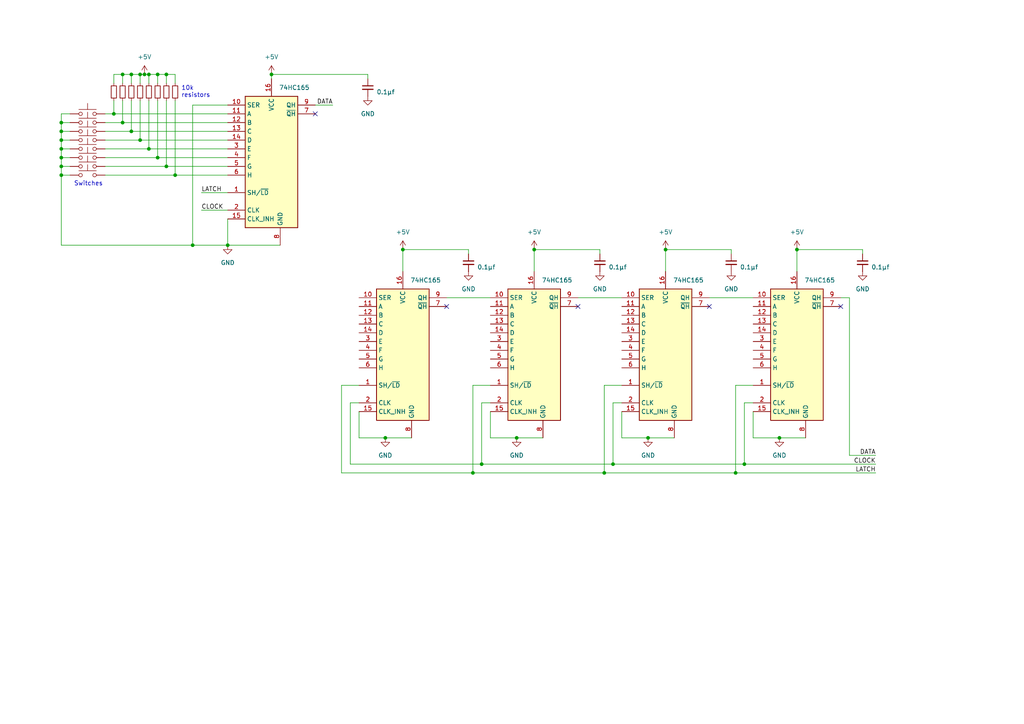
<source format=kicad_sch>
(kicad_sch (version 20231120) (generator "eeschema") (generator_version "8.0")
  (paper "A4")
  (lib_symbols
    (symbol "74xx:74HC165"
      (property "Reference" "U1" (at 2.1941 22.86 0))
      (property "Value" "74HC165" (at 2.1941 20.32 0))
      (symbol "74HC165_1_0"
        (pin input line (at -12.7 -10.16 0) (length 5.08) (name "SH/~{LD}") (number "1"))
        (pin input line (at -12.7 15.24 0) (length 5.08) (name "SER") (number "10"))
        (pin input line (at -12.7 12.7 0) (length 5.08) (name "A") (number "11"))
        (pin input line (at -12.7 10.16 0) (length 5.08) (name "B") (number "12"))
        (pin input line (at -12.7 7.62 0) (length 5.08) (name "C") (number "13"))
        (pin input line (at -12.7 5.08 0) (length 5.08) (name "D") (number "14"))
        (pin input line (at -12.7 -17.78 0) (length 5.08) (name "CLK_INH") (number "15"))
        (pin power_in line (at 0 22.86 270) (length 5.08) (name "VCC") (number "16"))
        (pin input line (at -12.7 -15.24 0) (length 5.08) (name "CLK") (number "2"))
        (pin input line (at -12.7 2.54 0) (length 5.08) (name "E") (number "3"))
        (pin input line (at -12.7 0 0) (length 5.08) (name "F") (number "4"))
        (pin input line (at -12.7 -2.54 0) (length 5.08) (name "G") (number "5"))
        (pin input line (at -12.7 -5.08 0) (length 5.08) (name "H") (number "6"))
        (pin output line (at 12.7 12.7 180) (length 5.08) (name "~{QH}") (number "7"))
        (pin power_in line (at 2.54 -25.4 90) (length 5.08) (name "GND") (number "8"))
        (pin output line (at 12.7 15.24 180) (length 5.08) (name "QH") (number "9"))
      )
      (symbol "74HC165_1_1"
        (rectangle (start -7.62 17.78) (end 7.62 -20.32) (stroke (width 0.254)) (fill (type background)))
      )
    )
    (symbol "Device:C_Small" (pin_numbers hide) (pin_names (offset 0.254) hide)
      (property "Reference" "C" (at 0.254 1.778 0))
      (property "Value" "C_Small" (at 0.254 -2.032 0))
      (symbol "C_Small_0_1"
        (polyline (pts (xy -1.524 -0.508) (xy 1.524 -0.508)) (stroke (width 0.3302)))
        (polyline (pts (xy -1.524 0.508) (xy 1.524 0.508)) (stroke (width 0.3048)))
      )
      (symbol "C_Small_1_1"
        (pin passive line (at 0 2.54 270) (length 2.032) (name "~") (number "1"))
        (pin passive line (at 0 -2.54 90) (length 2.032) (name "~") (number "2"))
      )
    )
    (symbol "Device:R_Small" (pin_numbers hide) (pin_names (offset 0.254) hide)
      (property "Reference" "R" (at 0.762 0.508 0))
      (property "Value" "R_Small" (at 0.762 -1.016 0))
      (symbol "R_Small_0_1"
        (rectangle (start -0.762 1.778) (end 0.762 -1.778) (stroke (width 0.2032)))
      )
      (symbol "R_Small_1_1"
        (pin passive line (at 0 2.54 270) (length 0.762) (name "~") (number "1"))
        (pin passive line (at 0 -2.54 90) (length 0.762) (name "~") (number "2"))
      )
    )
    (symbol "Switch:SW_Push" (pin_numbers hide) (pin_names (offset 1.016) hide)
      (property "Reference" "SW" (at 1.27 2.54 0))
      (property "Value" "SW_Push" (at 0 -1.524 0))
      (symbol "SW_Push_0_1"
        (circle (center -2.032 0) (radius 0.508))
        (polyline (pts (xy 0 1.27) (xy 0 3.048)))
        (polyline (pts (xy 2.54 1.27) (xy -2.54 1.27)))
        (circle (center 2.032 0) (radius 0.508))
        (pin passive line (at -5.08 0 0) (length 2.54) (name "1") (number "1"))
        (pin passive line (at 5.08 0 180) (length 2.54) (name "2") (number "2"))
      )
    )
    (symbol "power:+5V" (power) (pin_numbers hide) (pin_names (offset 0) hide)
      (property "Value" "+5V" (at 0 3.556 0))
      (symbol "+5V_0_1"
        (polyline (pts (xy -0.762 1.27) (xy 0 2.54)))
        (polyline (pts (xy 0 0) (xy 0 2.54)))
        (polyline (pts (xy 0 2.54) (xy 0.762 1.27)))
      )
      (symbol "+5V_1_1"
        (pin power_in line (at 0 0 90) (length 0) (name "~") (number "1"))
      )
    )
    (symbol "power:GND" (power) (pin_numbers hide) (pin_names (offset 0) hide)
      (property "Value" "GND" (at 0 -3.81 0))
      (symbol "GND_0_1"
        (polyline (pts (xy 0 0) (xy 0 -1.27) (xy 1.27 -1.27) (xy 0 -2.54) (xy -1.27 -1.27) (xy 0 -1.27)))
      )
      (symbol "GND_1_1"
        (pin power_in line (at 0 0 270) (length 0) (name "~") (number "1"))
      )
    )
  )
  (junction (at 48.26 48.26))
  (junction (at 17.78 40.64))
  (junction (at 213.36 137.16))
  (junction (at 35.56 21.59))
  (junction (at 48.26 21.59))
  (junction (at 137.16 137.16))
  (junction (at 43.18 21.59))
  (junction (at 215.9 134.62))
  (junction (at 111.76 127))
  (junction (at 40.64 21.59))
  (junction (at 226.06 127))
  (junction (at 139.7 134.62))
  (junction (at 154.94 72.39))
  (junction (at 17.78 45.72))
  (junction (at 149.86 127))
  (junction (at 193.04 72.39))
  (junction (at 175.26 137.16))
  (junction (at 45.72 21.59))
  (junction (at 40.64 40.64))
  (junction (at 17.78 35.56))
  (junction (at 38.1 21.59))
  (junction (at 177.8 134.62))
  (junction (at 38.1 38.1))
  (junction (at 41.91 21.59))
  (junction (at 116.84 72.39))
  (junction (at 55.88 71.12))
  (junction (at 17.78 50.8))
  (junction (at 43.18 43.18))
  (junction (at 33.02 33.02))
  (junction (at 187.96 127))
  (junction (at 45.72 45.72))
  (junction (at 78.74 21.59))
  (junction (at 231.14 72.39))
  (junction (at 50.8 50.8))
  (junction (at 35.56 35.56))
  (junction (at 17.78 48.26))
  (junction (at 17.78 43.18))
  (junction (at 66.04 71.12))
  (junction (at 17.78 38.1))
  (no_connect (at 243.84 88.9))
  (no_connect (at 91.44 33.02))
  (no_connect (at 205.74 88.9))
  (no_connect (at 167.64 88.9))
  (no_connect (at 129.54 88.9))
  (wire (pts (xy 20.32 33.02) (xy 17.78 33.02)))
  (wire (pts (xy 43.18 29.21) (xy 43.18 43.18)))
  (wire (pts (xy 33.02 24.13) (xy 33.02 21.59)))
  (wire (pts (xy 17.78 43.18) (xy 17.78 45.72)))
  (wire (pts (xy 231.14 72.39) (xy 231.14 78.74)))
  (wire (pts (xy 154.94 72.39) (xy 154.94 78.74)))
  (wire (pts (xy 66.04 63.5) (xy 66.04 71.12)))
  (wire (pts (xy 213.36 111.76) (xy 213.36 137.16)))
  (wire (pts (xy 40.64 40.64) (xy 66.04 40.64)))
  (wire (pts (xy 66.04 71.12) (xy 81.28 71.12)))
  (wire (pts (xy 78.74 21.59) (xy 106.68 21.59)))
  (wire (pts (xy 129.54 86.36) (xy 142.24 86.36)))
  (wire (pts (xy 139.7 116.84) (xy 139.7 134.62)))
  (wire (pts (xy 30.48 35.56) (xy 35.56 35.56)))
  (wire (pts (xy 35.56 21.59) (xy 35.56 24.13)))
  (wire (pts (xy 154.94 72.39) (xy 173.99 72.39)))
  (wire (pts (xy 17.78 48.26) (xy 17.78 50.8)))
  (wire (pts (xy 175.26 111.76) (xy 175.26 137.16)))
  (wire (pts (xy 193.04 72.39) (xy 193.04 78.74)))
  (wire (pts (xy 30.48 50.8) (xy 50.8 50.8)))
  (wire (pts (xy 30.48 43.18) (xy 43.18 43.18)))
  (wire (pts (xy 180.34 111.76) (xy 175.26 111.76)))
  (wire (pts (xy 40.64 29.21) (xy 40.64 40.64)))
  (wire (pts (xy 17.78 40.64) (xy 17.78 43.18)))
  (wire (pts (xy 226.06 127) (xy 233.68 127)))
  (wire (pts (xy 50.8 50.8) (xy 66.04 50.8)))
  (wire (pts (xy 30.48 40.64) (xy 40.64 40.64)))
  (wire (pts (xy 17.78 38.1) (xy 20.32 38.1)))
  (wire (pts (xy 78.74 22.86) (xy 78.74 21.59)))
  (wire (pts (xy 175.26 137.16) (xy 213.36 137.16)))
  (wire (pts (xy 45.72 29.21) (xy 45.72 45.72)))
  (wire (pts (xy 111.76 127) (xy 119.38 127)))
  (wire (pts (xy 116.84 72.39) (xy 135.89 72.39)))
  (wire (pts (xy 35.56 29.21) (xy 35.56 35.56)))
  (wire (pts (xy 17.78 35.56) (xy 20.32 35.56)))
  (wire (pts (xy 38.1 21.59) (xy 38.1 24.13)))
  (wire (pts (xy 213.36 137.16) (xy 254 137.16)))
  (wire (pts (xy 101.6 134.62) (xy 139.7 134.62)))
  (wire (pts (xy 43.18 43.18) (xy 66.04 43.18)))
  (wire (pts (xy 41.91 21.59) (xy 43.18 21.59)))
  (wire (pts (xy 104.14 116.84) (xy 101.6 116.84)))
  (wire (pts (xy 17.78 45.72) (xy 20.32 45.72)))
  (wire (pts (xy 48.26 21.59) (xy 50.8 21.59)))
  (wire (pts (xy 38.1 21.59) (xy 40.64 21.59)))
  (wire (pts (xy 45.72 45.72) (xy 66.04 45.72)))
  (wire (pts (xy 180.34 127) (xy 180.34 119.38)))
  (wire (pts (xy 35.56 21.59) (xy 38.1 21.59)))
  (wire (pts (xy 48.26 29.21) (xy 48.26 48.26)))
  (wire (pts (xy 17.78 33.02) (xy 17.78 35.56)))
  (wire (pts (xy 246.38 132.08) (xy 254 132.08)))
  (wire (pts (xy 43.18 21.59) (xy 45.72 21.59)))
  (wire (pts (xy 48.26 48.26) (xy 66.04 48.26)))
  (wire (pts (xy 116.84 72.39) (xy 116.84 78.74)))
  (wire (pts (xy 193.04 72.39) (xy 212.09 72.39)))
  (wire (pts (xy 38.1 29.21) (xy 38.1 38.1)))
  (wire (pts (xy 58.42 60.96) (xy 66.04 60.96)))
  (wire (pts (xy 40.64 21.59) (xy 40.64 24.13)))
  (wire (pts (xy 66.04 30.48) (xy 55.88 30.48)))
  (wire (pts (xy 218.44 111.76) (xy 213.36 111.76)))
  (wire (pts (xy 137.16 137.16) (xy 99.06 137.16)))
  (wire (pts (xy 17.78 48.26) (xy 20.32 48.26)))
  (wire (pts (xy 139.7 134.62) (xy 177.8 134.62)))
  (wire (pts (xy 35.56 35.56) (xy 66.04 35.56)))
  (wire (pts (xy 17.78 50.8) (xy 17.78 71.12)))
  (wire (pts (xy 55.88 71.12) (xy 66.04 71.12)))
  (wire (pts (xy 17.78 50.8) (xy 20.32 50.8)))
  (wire (pts (xy 33.02 33.02) (xy 66.04 33.02)))
  (wire (pts (xy 177.8 116.84) (xy 177.8 134.62)))
  (wire (pts (xy 205.74 86.36) (xy 218.44 86.36)))
  (wire (pts (xy 246.38 86.36) (xy 246.38 132.08)))
  (wire (pts (xy 17.78 40.64) (xy 20.32 40.64)))
  (wire (pts (xy 33.02 21.59) (xy 35.56 21.59)))
  (wire (pts (xy 187.96 127) (xy 180.34 127)))
  (wire (pts (xy 91.44 30.48) (xy 96.52 30.48)))
  (wire (pts (xy 104.14 127) (xy 111.76 127)))
  (wire (pts (xy 104.14 119.38) (xy 104.14 127)))
  (wire (pts (xy 142.24 119.38) (xy 142.24 127)))
  (wire (pts (xy 142.24 116.84) (xy 139.7 116.84)))
  (wire (pts (xy 137.16 111.76) (xy 137.16 137.16)))
  (wire (pts (xy 215.9 116.84) (xy 218.44 116.84)))
  (wire (pts (xy 30.48 48.26) (xy 48.26 48.26)))
  (wire (pts (xy 187.96 127) (xy 195.58 127)))
  (wire (pts (xy 218.44 119.38) (xy 218.44 127)))
  (wire (pts (xy 101.6 116.84) (xy 101.6 134.62)))
  (wire (pts (xy 231.14 72.39) (xy 250.19 72.39)))
  (wire (pts (xy 212.09 72.39) (xy 212.09 73.66)))
  (wire (pts (xy 48.26 21.59) (xy 48.26 24.13)))
  (wire (pts (xy 30.48 33.02) (xy 33.02 33.02)))
  (wire (pts (xy 30.48 45.72) (xy 45.72 45.72)))
  (wire (pts (xy 17.78 38.1) (xy 17.78 40.64)))
  (wire (pts (xy 106.68 21.59) (xy 106.68 22.86)))
  (wire (pts (xy 45.72 21.59) (xy 48.26 21.59)))
  (wire (pts (xy 137.16 137.16) (xy 175.26 137.16)))
  (wire (pts (xy 58.42 55.88) (xy 66.04 55.88)))
  (wire (pts (xy 33.02 29.21) (xy 33.02 33.02)))
  (wire (pts (xy 99.06 111.76) (xy 99.06 137.16)))
  (wire (pts (xy 167.64 86.36) (xy 180.34 86.36)))
  (wire (pts (xy 38.1 38.1) (xy 66.04 38.1)))
  (wire (pts (xy 99.06 111.76) (xy 104.14 111.76)))
  (wire (pts (xy 17.78 45.72) (xy 17.78 48.26)))
  (wire (pts (xy 17.78 35.56) (xy 17.78 38.1)))
  (wire (pts (xy 50.8 29.21) (xy 50.8 50.8)))
  (wire (pts (xy 218.44 127) (xy 226.06 127)))
  (wire (pts (xy 45.72 21.59) (xy 45.72 24.13)))
  (wire (pts (xy 173.99 72.39) (xy 173.99 73.66)))
  (wire (pts (xy 17.78 43.18) (xy 20.32 43.18)))
  (wire (pts (xy 50.8 21.59) (xy 50.8 24.13)))
  (wire (pts (xy 40.64 21.59) (xy 41.91 21.59)))
  (wire (pts (xy 215.9 116.84) (xy 215.9 134.62)))
  (wire (pts (xy 17.78 71.12) (xy 55.88 71.12)))
  (wire (pts (xy 250.19 72.39) (xy 250.19 73.66)))
  (wire (pts (xy 55.88 30.48) (xy 55.88 71.12)))
  (wire (pts (xy 177.8 134.62) (xy 215.9 134.62)))
  (wire (pts (xy 30.48 38.1) (xy 38.1 38.1)))
  (wire (pts (xy 43.18 21.59) (xy 43.18 24.13)))
  (wire (pts (xy 149.86 127) (xy 157.48 127)))
  (wire (pts (xy 137.16 111.76) (xy 142.24 111.76)))
  (wire (pts (xy 180.34 116.84) (xy 177.8 116.84)))
  (wire (pts (xy 142.24 127) (xy 149.86 127)))
  (wire (pts (xy 135.89 72.39) (xy 135.89 73.66)))
  (wire (pts (xy 215.9 134.62) (xy 254 134.62)))
  (wire (pts (xy 243.84 86.36) (xy 246.38 86.36)))
  (text "10k\nresistors" (at 52.578 26.67 0) (effects (font (size 1.27 1.27)) (justify left)))
  (text "Switches" (at 25.654 53.34 0) (effects (font (size 1.27 1.27))))
  (label "DATA" (at 254 132.08 180))
  (label "LATCH" (at 254 137.16 180))
  (label "CLOCK" (at 58.42 60.96 0))
  (label "CLOCK" (at 254 134.62 180))
  (label "LATCH" (at 58.42 55.88 0))
  (label "DATA" (at 96.52 30.48 180))
  (symbol (lib_id "Device:C_Small") (at 135.89 76.2 0) (unit 1)
    (property "Reference" "C2" (effects (hide yes)))
    (property "Value" "0.1µf" (at 138.43 77.4762 0) (effects (justify left)))
    (property "Description" "Unpolarized capacitor, small symbol" (effects (hide yes)))
  )
  (symbol (lib_id "power:GND") (at 226.06 127 0) (unit 1)
    (property "Reference" "#PWR014" (effects (hide yes)))
    (property "Value" "GND" (at 226.06 132.08 0))
    (property "Description" "Power symbol creates a global label with name \"GND\" , ground" (effects (hide yes)))
  )
  (symbol (lib_id "power:GND") (at 149.86 127 0) (unit 1)
    (property "Reference" "#PWR08" (effects (hide yes)))
    (property "Value" "GND" (at 149.86 132.08 0))
    (property "Description" "Power symbol creates a global label with name \"GND\" , ground" (effects (hide yes)))
  )
  (symbol (lib_id "74xx:74HC165") (at 231.14 101.6 0) (unit 1)
    (property "Reference" "U5" (effects (hide yes)))
    (property "Value" "74HC165" (at 233.3341 81.28 0) (effects (justify left)))
    (property "Datasheet" "https://assets.nexperia.com/documents/data-sheet/74HC_HCT165.pdf" (effects (hide yes)))
    (property "Description" "Shift Register, 8-bit, Parallel Load" (effects (hide yes)))
  )
  (symbol (lib_id "power:GND") (at 135.89 78.74 0) (unit 1)
    (property "Reference" "#PWR07" (effects (hide yes)))
    (property "Value" "GND" (at 135.89 83.82 0))
    (property "Description" "Power symbol creates a global label with name \"GND\" , ground" (effects (hide yes)))
  )
  (symbol (lib_id "power:GND") (at 250.19 78.74 0) (unit 1)
    (property "Reference" "#PWR016" (effects (hide yes)))
    (property "Value" "GND" (at 250.19 83.82 0))
    (property "Description" "Power symbol creates a global label with name \"GND\" , ground" (effects (hide yes)))
  )
  (symbol (lib_id "Device:R_Small") (at 50.8 26.67 0) (unit 1)
    (property "Reference" "R8" (effects (hide yes)))
    (property "Value" "R_Small" (effects (hide yes)))
    (property "Description" "Resistor, small symbol" (effects (hide yes)))
  )
  (symbol (lib_id "power:+5V") (at 193.04 72.39 0) (unit 1)
    (property "Reference" "#PWR012" (effects (hide yes)))
    (property "Value" "+5V" (at 193.04 67.31 0))
    (property "Description" "Power symbol creates a global label with name \"+5V\"" (effects (hide yes)))
  )
  (symbol (lib_id "power:GND") (at 111.76 127 0) (unit 1)
    (property "Reference" "#PWR05" (effects (hide yes)))
    (property "Value" "GND" (at 111.76 132.08 0))
    (property "Description" "Power symbol creates a global label with name \"GND\" , ground" (effects (hide yes)))
  )
  (symbol (lib_id "Device:R_Small") (at 40.64 26.67 0) (unit 1)
    (property "Reference" "R4" (effects (hide yes)))
    (property "Value" "R_Small" (effects (hide yes)))
    (property "Description" "Resistor, small symbol" (effects (hide yes)))
  )
  (symbol (lib_id "Switch:SW_Push") (at 25.4 38.1 0) (unit 1)
    (property "Reference" "SW3" (effects (hide yes)))
    (property "Value" "SW_Push" (effects (hide yes)))
    (property "Description" "Push button switch, generic, two pins" (effects (hide yes)))
  )
  (symbol (lib_id "power:GND") (at 66.04 71.12 0) (unit 1)
    (property "Reference" "#PWR02" (effects (hide yes)))
    (property "Value" "GND" (at 66.04 76.2 0))
    (property "Description" "Power symbol creates a global label with name \"GND\" , ground" (effects (hide yes)))
  )
  (symbol (lib_id "Switch:SW_Push") (at 25.4 40.64 0) (unit 1)
    (property "Reference" "SW4" (effects (hide yes)))
    (property "Value" "SW_Push" (effects (hide yes)))
    (property "Description" "Push button switch, generic, two pins" (effects (hide yes)))
  )
  (symbol (lib_id "74xx:74HC165") (at 154.94 101.6 0) (unit 1)
    (property "Reference" "U3" (effects (hide yes)))
    (property "Value" "74HC165" (at 157.1341 81.28 0) (effects (justify left)))
    (property "Datasheet" "https://assets.nexperia.com/documents/data-sheet/74HC_HCT165.pdf" (effects (hide yes)))
    (property "Description" "Shift Register, 8-bit, Parallel Load" (effects (hide yes)))
  )
  (symbol (lib_id "Switch:SW_Push") (at 25.4 35.56 0) (unit 1)
    (property "Reference" "SW2" (effects (hide yes)))
    (property "Value" "SW_Push" (effects (hide yes)))
    (property "Description" "Push button switch, generic, two pins" (effects (hide yes)))
  )
  (symbol (lib_id "power:GND") (at 106.68 27.94 0) (unit 1)
    (property "Reference" "#PWR04" (effects (hide yes)))
    (property "Value" "GND" (at 106.68 33.02 0))
    (property "Description" "Power symbol creates a global label with name \"GND\" , ground" (effects (hide yes)))
  )
  (symbol (lib_id "74xx:74HC165") (at 116.84 101.6 0) (unit 1)
    (property "Reference" "U2" (effects (hide yes)))
    (property "Value" "74HC165" (at 119.0341 81.28 0) (effects (justify left)))
    (property "Datasheet" "https://assets.nexperia.com/documents/data-sheet/74HC_HCT165.pdf" (effects (hide yes)))
    (property "Description" "Shift Register, 8-bit, Parallel Load" (effects (hide yes)))
  )
  (symbol (lib_id "74xx:74HC165") (at 78.74 45.72 0) (unit 1)
    (property "Reference" "U1" (effects (hide yes)))
    (property "Value" "74HC165" (at 80.9341 25.4 0) (effects (justify left)))
    (property "Datasheet" "https://assets.nexperia.com/documents/data-sheet/74HC_HCT165.pdf" (effects (hide yes)))
    (property "Description" "Shift Register, 8-bit, Parallel Load" (effects (hide yes)))
  )
  (symbol (lib_id "Device:R_Small") (at 38.1 26.67 0) (unit 1)
    (property "Reference" "R3" (effects (hide yes)))
    (property "Value" "R_Small" (effects (hide yes)))
    (property "Description" "Resistor, small symbol" (effects (hide yes)))
  )
  (symbol (lib_id "Switch:SW_Push") (at 25.4 33.02 0) (unit 1)
    (property "Reference" "SW1" (effects (hide yes)))
    (property "Value" "SW_Push" (effects (hide yes)))
    (property "Description" "Push button switch, generic, two pins" (effects (hide yes)))
  )
  (symbol (lib_id "power:GND") (at 187.96 127 0) (unit 1)
    (property "Reference" "#PWR011" (effects (hide yes)))
    (property "Value" "GND" (at 187.96 132.08 0))
    (property "Description" "Power symbol creates a global label with name \"GND\" , ground" (effects (hide yes)))
  )
  (symbol (lib_id "Switch:SW_Push") (at 25.4 45.72 0) (unit 1)
    (property "Reference" "SW6" (effects (hide yes)))
    (property "Value" "SW_Push" (effects (hide yes)))
    (property "Description" "Push button switch, generic, two pins" (effects (hide yes)))
  )
  (symbol (lib_id "Device:R_Small") (at 48.26 26.67 0) (unit 1)
    (property "Reference" "R7" (effects (hide yes)))
    (property "Value" "R_Small" (effects (hide yes)))
    (property "Description" "Resistor, small symbol" (effects (hide yes)))
  )
  (symbol (lib_id "Device:R_Small") (at 35.56 26.67 0) (unit 1)
    (property "Reference" "R2" (effects (hide yes)))
    (property "Value" "R_Small" (effects (hide yes)))
    (property "Description" "Resistor, small symbol" (effects (hide yes)))
  )
  (symbol (lib_id "74xx:74HC165") (at 193.04 101.6 0) (unit 1)
    (property "Reference" "U4" (effects (hide yes)))
    (property "Value" "74HC165" (at 195.2341 81.28 0) (effects (justify left)))
    (property "Datasheet" "https://assets.nexperia.com/documents/data-sheet/74HC_HCT165.pdf" (effects (hide yes)))
    (property "Description" "Shift Register, 8-bit, Parallel Load" (effects (hide yes)))
  )
  (symbol (lib_id "power:+5V") (at 78.74 21.59 0) (unit 1)
    (property "Reference" "#PWR03" (effects (hide yes)))
    (property "Value" "+5V" (at 78.74 16.51 0))
    (property "Description" "Power symbol creates a global label with name \"+5V\"" (effects (hide yes)))
  )
  (symbol (lib_id "power:+5V") (at 231.14 72.39 0) (unit 1)
    (property "Reference" "#PWR015" (effects (hide yes)))
    (property "Value" "+5V" (at 231.14 67.31 0))
    (property "Description" "Power symbol creates a global label with name \"+5V\"" (effects (hide yes)))
  )
  (symbol (lib_id "Switch:SW_Push") (at 25.4 50.8 0) (unit 1)
    (property "Reference" "SW8" (effects (hide yes)))
    (property "Value" "SW_Push" (effects (hide yes)))
    (property "Description" "Push button switch, generic, two pins" (effects (hide yes)))
  )
  (symbol (lib_id "Device:C_Small") (at 212.09 76.2 0) (unit 1)
    (property "Reference" "C4" (effects (hide yes)))
    (property "Value" "0.1µf" (at 214.63 77.4762 0) (effects (justify left)))
    (property "Description" "Unpolarized capacitor, small symbol" (effects (hide yes)))
  )
  (symbol (lib_id "Device:C_Small") (at 250.19 76.2 0) (unit 1)
    (property "Reference" "C5" (effects (hide yes)))
    (property "Value" "0.1µf" (at 252.73 77.4762 0) (effects (justify left)))
    (property "Description" "Unpolarized capacitor, small symbol" (effects (hide yes)))
  )
  (symbol (lib_id "Device:C_Small") (at 173.99 76.2 0) (unit 1)
    (property "Reference" "C3" (effects (hide yes)))
    (property "Value" "0.1µf" (at 176.53 77.4762 0) (effects (justify left)))
    (property "Description" "Unpolarized capacitor, small symbol" (effects (hide yes)))
  )
  (symbol (lib_id "power:GND") (at 212.09 78.74 0) (unit 1)
    (property "Reference" "#PWR013" (effects (hide yes)))
    (property "Value" "GND" (at 212.09 83.82 0))
    (property "Description" "Power symbol creates a global label with name \"GND\" , ground" (effects (hide yes)))
  )
  (symbol (lib_id "Switch:SW_Push") (at 25.4 43.18 0) (unit 1)
    (property "Reference" "SW5" (effects (hide yes)))
    (property "Value" "SW_Push" (effects (hide yes)))
    (property "Description" "Push button switch, generic, two pins" (effects (hide yes)))
  )
  (symbol (lib_id "power:+5V") (at 154.94 72.39 0) (unit 1)
    (property "Reference" "#PWR09" (effects (hide yes)))
    (property "Value" "+5V" (at 154.94 67.31 0))
    (property "Description" "Power symbol creates a global label with name \"+5V\"" (effects (hide yes)))
  )
  (symbol (lib_id "Device:C_Small") (at 106.68 25.4 0) (unit 1)
    (property "Reference" "C1" (effects (hide yes)))
    (property "Value" "0.1µf" (at 109.22 26.6762 0) (effects (justify left)))
    (property "Description" "Unpolarized capacitor, small symbol" (effects (hide yes)))
  )
  (symbol (lib_id "Device:R_Small") (at 43.18 26.67 0) (unit 1)
    (property "Reference" "R5" (effects (hide yes)))
    (property "Value" "R_Small" (effects (hide yes)))
    (property "Description" "Resistor, small symbol" (effects (hide yes)))
  )
  (symbol (lib_id "Device:R_Small") (at 33.02 26.67 0) (unit 1)
    (property "Reference" "R1" (effects (hide yes)))
    (property "Value" "R_Small" (effects (hide yes)))
    (property "Description" "Resistor, small symbol" (effects (hide yes)))
  )
  (symbol (lib_id "Device:R_Small") (at 45.72 26.67 0) (unit 1)
    (property "Reference" "R6" (effects (hide yes)))
    (property "Value" "R_Small" (effects (hide yes)))
    (property "Description" "Resistor, small symbol" (effects (hide yes)))
  )
  (symbol (lib_id "power:+5V") (at 116.84 72.39 0) (unit 1)
    (property "Reference" "#PWR06" (effects (hide yes)))
    (property "Value" "+5V" (at 116.84 67.31 0))
    (property "Description" "Power symbol creates a global label with name \"+5V\"" (effects (hide yes)))
  )
  (symbol (lib_id "power:+5V") (at 41.91 21.59 0) (unit 1)
    (property "Reference" "#PWR01" (effects (hide yes)))
    (property "Value" "+5V" (at 41.91 16.51 0))
    (property "Description" "Power symbol creates a global label with name \"+5V\"" (effects (hide yes)))
  )
  (symbol (lib_id "Switch:SW_Push") (at 25.4 48.26 0) (unit 1)
    (property "Reference" "SW7" (effects (hide yes)))
    (property "Value" "SW_Push" (effects (hide yes)))
    (property "Description" "Push button switch, generic, two pins" (effects (hide yes)))
  )
  (symbol (lib_id "power:GND") (at 173.99 78.74 0) (unit 1)
    (property "Reference" "#PWR010" (effects (hide yes)))
    (property "Value" "GND" (at 173.99 83.82 0))
    (property "Description" "Power symbol creates a global label with name \"GND\" , ground" (effects (hide yes)))
  )
)
</source>
